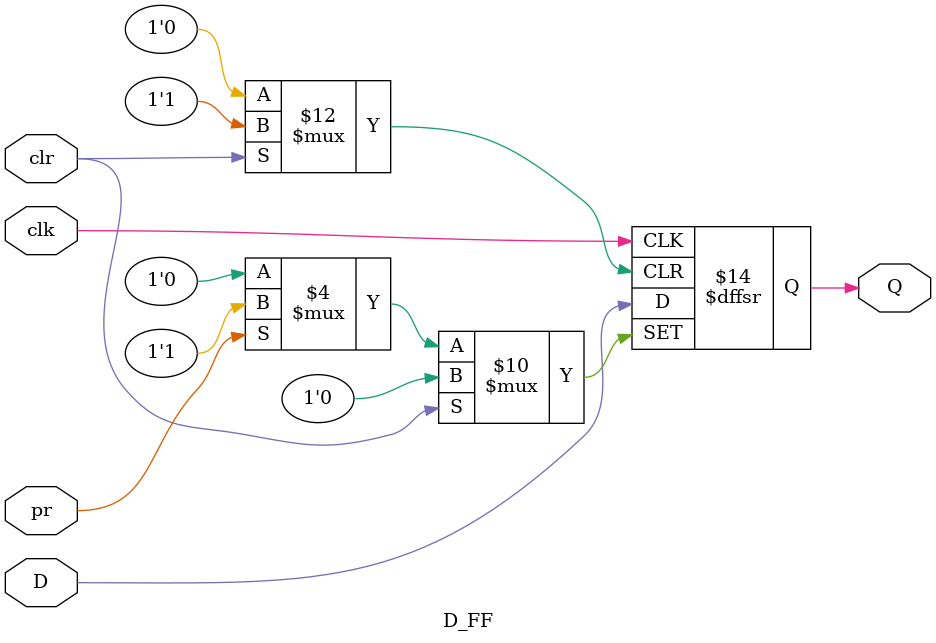
<source format=v>
module D_FF (D, clk, clr, pr, Q);
	
	//Entradas
	input D, clk, clr, pr;
	
	//Saidas
	output reg Q;
	
	always @(posedge clk, posedge clr, posedge pr) begin
		if(clr) begin
			Q <= 1'b0;
		end
		else if(pr) begin
			Q <= 1'b1;
		end
		else begin
			Q <= D;
		end
	end

endmodule 
</source>
